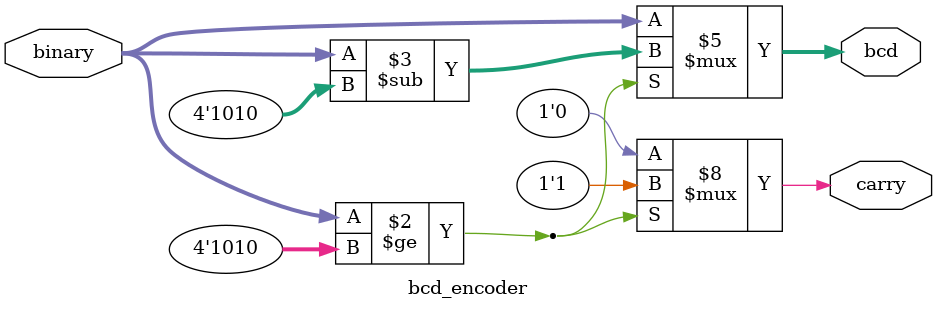
<source format=sv>
/*------------------------------------------------------------------------------
 Project      : Homework 1 - Question 2 
 File         : bcd_encoder.sv
 Author       : Michael Kirchhofer
 Description  : Binary Decimal Encoder
------------------------------------------------------------------------------*/
module bcd_encoder(
    input   logic [3:0] binary,
    output  logic [3:0] bcd,
    output  logic carry
);
    always_comb begin
        if(binary >= 4'd10) begin
            carry = 1'b1;
            bcd = binary - 4'd10;
        end else begin
            carry = 1'b0;
            bcd = binary;
        end
    end
endmodule
</source>
